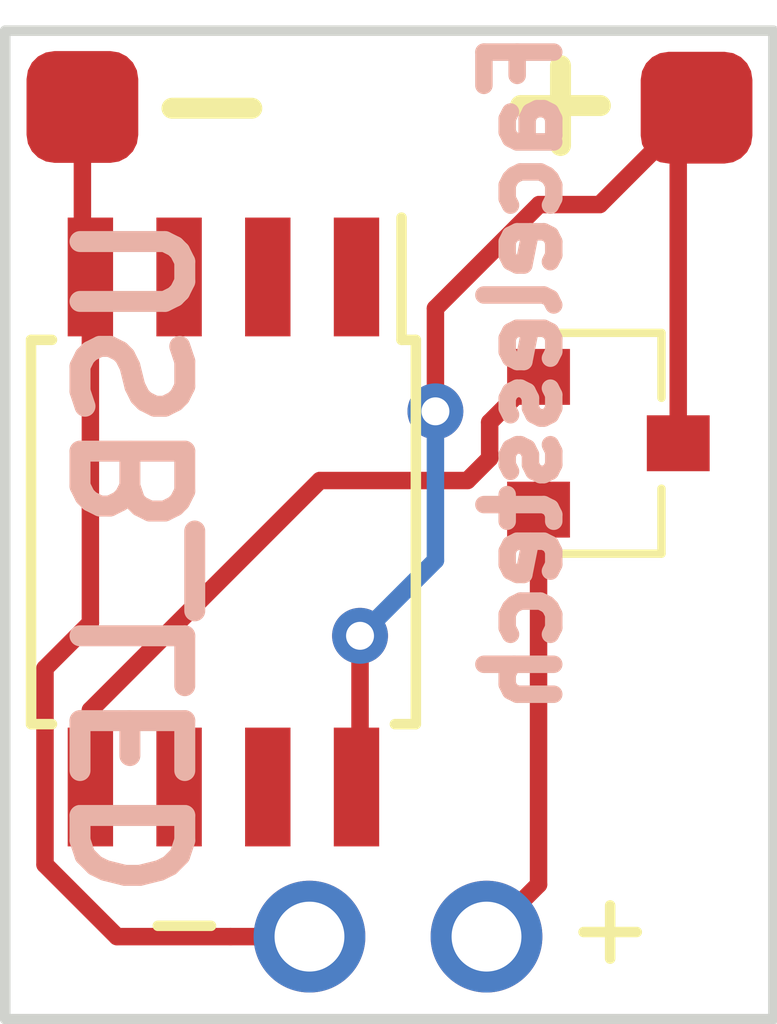
<source format=kicad_pcb>
(kicad_pcb (version 20171130) (host pcbnew 5.0.2+dfsg1-1~bpo9+1)

  (general
    (thickness 1.6)
    (drawings 8)
    (tracks 29)
    (zones 0)
    (modules 5)
    (nets 10)
  )

  (page A4)
  (layers
    (0 F.Cu signal)
    (31 B.Cu signal)
    (32 B.Adhes user)
    (33 F.Adhes user)
    (34 B.Paste user)
    (35 F.Paste user)
    (36 B.SilkS user)
    (37 F.SilkS user)
    (38 B.Mask user)
    (39 F.Mask user)
    (40 Dwgs.User user)
    (41 Cmts.User user)
    (42 Eco1.User user)
    (43 Eco2.User user)
    (44 Edge.Cuts user)
    (45 Margin user)
    (46 B.CrtYd user)
    (47 F.CrtYd user)
    (48 B.Fab user)
    (49 F.Fab user)
  )

  (setup
    (last_trace_width 0.25)
    (trace_clearance 0.2)
    (zone_clearance 0.508)
    (zone_45_only no)
    (trace_min 0.2)
    (segment_width 0.2)
    (edge_width 0.15)
    (via_size 0.8)
    (via_drill 0.4)
    (via_min_size 0.4)
    (via_min_drill 0.3)
    (uvia_size 0.3)
    (uvia_drill 0.1)
    (uvias_allowed no)
    (uvia_min_size 0.2)
    (uvia_min_drill 0.1)
    (pcb_text_width 0.3)
    (pcb_text_size 1.5 1.5)
    (mod_edge_width 0.15)
    (mod_text_size 1 1)
    (mod_text_width 0.15)
    (pad_size 1.524 1.524)
    (pad_drill 0.762)
    (pad_to_mask_clearance 0.051)
    (solder_mask_min_width 0.25)
    (aux_axis_origin 0 0)
    (visible_elements FFFFFF7F)
    (pcbplotparams
      (layerselection 0x010f0_ffffffff)
      (usegerberextensions false)
      (usegerberattributes false)
      (usegerberadvancedattributes false)
      (creategerberjobfile false)
      (excludeedgelayer true)
      (linewidth 0.100000)
      (plotframeref false)
      (viasonmask false)
      (mode 1)
      (useauxorigin false)
      (hpglpennumber 1)
      (hpglpenspeed 20)
      (hpglpendiameter 15.000000)
      (psnegative false)
      (psa4output false)
      (plotreference true)
      (plotvalue true)
      (plotinvisibletext false)
      (padsonsilk false)
      (subtractmaskfromsilk false)
      (outputformat 1)
      (mirror false)
      (drillshape 0)
      (scaleselection 1)
      (outputdirectory "gerbers/"))
  )

  (net 0 "")
  (net 1 "Net-(U1-Pad1)")
  (net 2 "Net-(U1-Pad2)")
  (net 3 "Net-(U1-Pad3)")
  (net 4 "Net-(U1-Pad5)")
  (net 5 "Net-(U1-Pad6)")
  (net 6 "Net-(U1-Pad7)")
  (net 7 "Net-(U1-Pad8)")
  (net 8 "Net-(D1-Pad2)")
  (net 9 "Net-(D1-Pad1)")

  (net_class Default "This is the default net class."
    (clearance 0.2)
    (trace_width 0.25)
    (via_dia 0.8)
    (via_drill 0.4)
    (uvia_dia 0.3)
    (uvia_drill 0.1)
    (add_net "Net-(D1-Pad1)")
    (add_net "Net-(D1-Pad2)")
    (add_net "Net-(U1-Pad1)")
    (add_net "Net-(U1-Pad2)")
    (add_net "Net-(U1-Pad3)")
    (add_net "Net-(U1-Pad5)")
    (add_net "Net-(U1-Pad6)")
    (add_net "Net-(U1-Pad7)")
    (add_net "Net-(U1-Pad8)")
  )

  (module Package_SO:SOIJ-8_5.3x5.3mm_P1.27mm (layer F.Cu) (tedit 5E09DF0C) (tstamp 5E09DE45)
    (at 147.4724 93.5101 270)
    (descr "8-Lead Plastic Small Outline (SM) - Medium, 5.28 mm Body [SOIC] (see Microchip Packaging Specification 00000049BS.pdf)")
    (tags "SOIC 1.27")
    (path /5E023BAF)
    (attr smd)
    (fp_text reference U1 (at 0 -3.68 270) (layer F.SilkS) hide
      (effects (font (size 1 1) (thickness 0.15)))
    )
    (fp_text value ATtiny85-20SU (at 0 3.68 270) (layer F.Fab) hide
      (effects (font (size 1 1) (thickness 0.15)))
    )
    (fp_text user %R (at 0 0 270) (layer F.Fab) hide
      (effects (font (size 1 1) (thickness 0.15)))
    )
    (fp_line (start -1.65 -2.65) (end 2.65 -2.65) (layer F.Fab) (width 0.15))
    (fp_line (start 2.65 -2.65) (end 2.65 2.65) (layer F.Fab) (width 0.15))
    (fp_line (start 2.65 2.65) (end -2.65 2.65) (layer F.Fab) (width 0.15))
    (fp_line (start -2.65 2.65) (end -2.65 -1.65) (layer F.Fab) (width 0.15))
    (fp_line (start -2.65 -1.65) (end -1.65 -2.65) (layer F.Fab) (width 0.15))
    (fp_line (start -4.75 -2.95) (end -4.75 2.95) (layer F.CrtYd) (width 0.05))
    (fp_line (start 4.75 -2.95) (end 4.75 2.95) (layer F.CrtYd) (width 0.05))
    (fp_line (start -4.75 -2.95) (end 4.75 -2.95) (layer F.CrtYd) (width 0.05))
    (fp_line (start -4.75 2.95) (end 4.75 2.95) (layer F.CrtYd) (width 0.05))
    (fp_line (start -2.75 -2.755) (end -2.75 -2.55) (layer F.SilkS) (width 0.15))
    (fp_line (start 2.75 -2.755) (end 2.75 -2.455) (layer F.SilkS) (width 0.15))
    (fp_line (start 2.75 2.755) (end 2.75 2.455) (layer F.SilkS) (width 0.15))
    (fp_line (start -2.75 2.755) (end -2.75 2.455) (layer F.SilkS) (width 0.15))
    (fp_line (start -2.75 -2.755) (end 2.75 -2.755) (layer F.SilkS) (width 0.15))
    (fp_line (start -2.75 2.755) (end 2.75 2.755) (layer F.SilkS) (width 0.15))
    (fp_line (start -2.75 -2.55) (end -4.5 -2.55) (layer F.SilkS) (width 0.15))
    (pad 1 smd rect (at -3.65 -1.905 270) (size 1.7 0.65) (layers F.Cu F.Paste F.Mask)
      (net 1 "Net-(U1-Pad1)"))
    (pad 2 smd rect (at -3.65 -0.635 270) (size 1.7 0.65) (layers F.Cu F.Paste F.Mask)
      (net 2 "Net-(U1-Pad2)"))
    (pad 3 smd rect (at -3.65 0.635 270) (size 1.7 0.65) (layers F.Cu F.Paste F.Mask)
      (net 3 "Net-(U1-Pad3)"))
    (pad 4 smd rect (at -3.65 1.905 270) (size 1.7 0.65) (layers F.Cu F.Paste F.Mask)
      (net 9 "Net-(D1-Pad1)"))
    (pad 5 smd rect (at 3.65 1.905 270) (size 1.7 0.65) (layers F.Cu F.Paste F.Mask)
      (net 4 "Net-(U1-Pad5)"))
    (pad 6 smd rect (at 3.65 0.635 270) (size 1.7 0.65) (layers F.Cu F.Paste F.Mask)
      (net 5 "Net-(U1-Pad6)"))
    (pad 7 smd rect (at 3.65 -0.635 270) (size 1.7 0.65) (layers F.Cu F.Paste F.Mask)
      (net 6 "Net-(U1-Pad7)"))
    (pad 8 smd rect (at 3.65 -1.905 270) (size 1.7 0.65) (layers F.Cu F.Paste F.Mask)
      (net 7 "Net-(U1-Pad8)"))
    (model ${KISYS3DMOD}/Package_SO.3dshapes/SOIJ-8_5.3x5.3mm_P1.27mm.wrl
      (at (xyz 0 0 0))
      (scale (xyz 1 1 1))
      (rotate (xyz 0 0 0))
    )
  )

  (module power_bank_boards:power_pad_custom (layer F.Cu) (tedit 5E09DF22) (tstamp 5E1AAC00)
    (at 154.2669 87.4268)
    (path /5E049DA3)
    (fp_text reference U3 (at -0.61976 -3.20548) (layer F.SilkS) hide
      (effects (font (size 1 1) (thickness 0.15)))
    )
    (fp_text value power_pad_custom (at -0.0508 -5.6642) (layer F.Fab) hide
      (effects (font (size 1 1) (thickness 0.15)))
    )
    (pad 1 smd roundrect (at -0.02032 0.01016) (size 1.6 1.6) (layers F.Cu F.Paste F.Mask) (roundrect_rratio 0.25)
      (net 7 "Net-(U1-Pad8)"))
  )

  (module power_bank_boards:power_pad_custom (layer F.Cu) (tedit 5E09DF25) (tstamp 5E1AAC05)
    (at 145.47342 87.41664)
    (path /5E049DD1)
    (fp_text reference U4 (at -0.61976 -3.20548) (layer F.SilkS) hide
      (effects (font (size 1 1) (thickness 0.15)))
    )
    (fp_text value power_pad_custom (at -0.0508 -5.6642) (layer F.Fab) hide
      (effects (font (size 1 1) (thickness 0.15)))
    )
    (pad 1 smd roundrect (at -0.02032 0.01016) (size 1.6 1.6) (layers F.Cu F.Paste F.Mask) (roundrect_rratio 0.25)
      (net 9 "Net-(D1-Pad1)"))
  )

  (module LED_custom:through_hole_led (layer F.Cu) (tedit 5E356098) (tstamp 5E4DD23D)
    (at 149.9743 99.3013 180)
    (path /5E049500)
    (fp_text reference D1 (at -0.07112 -4.66852 180) (layer F.SilkS) hide
      (effects (font (size 1 1) (thickness 0.15)))
    )
    (fp_text value LED (at 0 -3.19024 180) (layer F.Fab) hide
      (effects (font (size 1 1) (thickness 0.15)))
    )
    (fp_text user + (at -3.0353 0.1397 180) (layer F.SilkS)
      (effects (font (size 1 1) (thickness 0.15)))
    )
    (fp_text user - (at 3.0607 0.2286 180) (layer F.SilkS)
      (effects (font (size 1 1) (thickness 0.15)))
    )
    (pad 2 thru_hole circle (at -1.26492 0 180) (size 1.6 1.6) (drill 1) (layers *.Cu *.Mask)
      (net 8 "Net-(D1-Pad2)"))
    (pad 1 thru_hole circle (at 1.27 0 180) (size 1.6 1.6) (drill 1) (layers *.Cu *.Mask)
      (net 9 "Net-(D1-Pad1)"))
  )

  (module transistor_custom:SOT-23_custom (layer F.Cu) (tedit 5E35609E) (tstamp 5E4DD252)
    (at 152.9842 92.2401)
    (descr "SOT-23, Standard")
    (tags SOT-23)
    (path /5E04929F)
    (attr smd)
    (fp_text reference U2 (at 0 -2.5) (layer F.SilkS) hide
      (effects (font (size 1 1) (thickness 0.15)))
    )
    (fp_text value 2n2222_custom (at 0 2.5) (layer F.Fab) hide
      (effects (font (size 1 1) (thickness 0.15)))
    )
    (fp_text user %R (at 0 0 90) (layer F.Fab)
      (effects (font (size 0.5 0.5) (thickness 0.075)))
    )
    (fp_line (start -0.7 -0.95) (end -0.7 1.5) (layer F.Fab) (width 0.1))
    (fp_line (start -0.15 -1.52) (end 0.7 -1.52) (layer F.Fab) (width 0.1))
    (fp_line (start -0.7 -0.95) (end -0.15 -1.52) (layer F.Fab) (width 0.1))
    (fp_line (start 0.7 -1.52) (end 0.7 1.52) (layer F.Fab) (width 0.1))
    (fp_line (start -0.7 1.52) (end 0.7 1.52) (layer F.Fab) (width 0.1))
    (fp_line (start 0.76 1.58) (end 0.76 0.65) (layer F.SilkS) (width 0.12))
    (fp_line (start 0.76 -1.58) (end 0.76 -0.65) (layer F.SilkS) (width 0.12))
    (fp_line (start -1.7 -1.75) (end 1.7 -1.75) (layer F.CrtYd) (width 0.05))
    (fp_line (start 1.7 -1.75) (end 1.7 1.75) (layer F.CrtYd) (width 0.05))
    (fp_line (start 1.7 1.75) (end -1.7 1.75) (layer F.CrtYd) (width 0.05))
    (fp_line (start -1.7 1.75) (end -1.7 -1.75) (layer F.CrtYd) (width 0.05))
    (fp_line (start 0.76 -1.58) (end -1.4 -1.58) (layer F.SilkS) (width 0.12))
    (fp_line (start 0.76 1.58) (end -0.7 1.58) (layer F.SilkS) (width 0.12))
    (pad 2 smd rect (at -1 -0.95) (size 0.9 0.8) (layers F.Cu F.Paste F.Mask)
      (net 4 "Net-(U1-Pad5)"))
    (pad 1 smd rect (at -1 0.95) (size 0.9 0.8) (layers F.Cu F.Paste F.Mask)
      (net 8 "Net-(D1-Pad2)"))
    (pad 3 smd rect (at 1 0) (size 0.9 0.8) (layers F.Cu F.Paste F.Mask)
      (net 7 "Net-(U1-Pad8)"))
    (model ${KISYS3DMOD}/Package_TO_SOT_SMD.3dshapes/SOT-23.wrl
      (at (xyz 0 0 0))
      (scale (xyz 1 1 1))
      (rotate (xyz 0 0 0))
    )
  )

  (gr_text "Facelesstech " (at 151.7523 91.6178 90) (layer B.SilkS)
    (effects (font (size 1 1) (thickness 0.25)) (justify mirror))
  )
  (gr_text USB_LED (at 146.2405 93.853 90) (layer B.SilkS)
    (effects (font (size 1.5 1.5) (thickness 0.3)) (justify mirror))
  )
  (gr_line (start 144.3482 100.4824) (end 155.3464 100.4824) (layer Edge.Cuts) (width 0.15) (tstamp 5E4DD3C0))
  (gr_line (start 144.3482 86.3346) (end 155.3464 86.3346) (layer Edge.Cuts) (width 0.15))
  (gr_text - (at 147.3073 87.3379) (layer F.SilkS)
    (effects (font (size 1.5 1.5) (thickness 0.3)))
  )
  (gr_text + (at 152.2984 87.2998) (layer F.SilkS)
    (effects (font (size 1.5 1.5) (thickness 0.3)))
  )
  (gr_line (start 144.3482 100.4824) (end 144.3482 86.3346) (layer Edge.Cuts) (width 0.15) (tstamp 5E09DD8E))
  (gr_line (start 155.3464 86.3346) (end 155.3464 100.4824) (layer Edge.Cuts) (width 0.15))

  (segment (start 145.5674 96.0601) (end 148.854 92.7735) (width 0.25) (layer F.Cu) (net 4))
  (segment (start 145.5674 97.1601) (end 145.5674 96.0601) (width 0.25) (layer F.Cu) (net 4))
  (segment (start 151.9342 91.2901) (end 151.9842 91.2901) (width 0.25) (layer F.Cu) (net 4))
  (segment (start 151.2842 91.9401) (end 151.9342 91.2901) (width 0.25) (layer F.Cu) (net 4))
  (segment (start 151.2842 92.455098) (end 151.2842 91.9401) (width 0.25) (layer F.Cu) (net 4))
  (segment (start 150.965798 92.7735) (end 151.2842 92.455098) (width 0.25) (layer F.Cu) (net 4))
  (segment (start 148.854 92.7735) (end 150.965798 92.7735) (width 0.25) (layer F.Cu) (net 4))
  (segment (start 154.24658 87.43696) (end 152.85974 88.8238) (width 0.25) (layer F.Cu) (net 7))
  (segment (start 152.85974 88.8238) (end 151.9936 88.8238) (width 0.25) (layer F.Cu) (net 7))
  (segment (start 150.5077 90.3097) (end 150.5077 91.7829) (width 0.25) (layer F.Cu) (net 7))
  (via (at 150.5077 91.7829) (size 0.8) (drill 0.4) (layers F.Cu B.Cu) (net 7))
  (segment (start 151.9936 88.8238) (end 150.5077 90.3097) (width 0.25) (layer F.Cu) (net 7))
  (via (at 149.4282 94.996) (size 0.8) (drill 0.4) (layers F.Cu B.Cu) (net 7))
  (segment (start 150.5077 93.9165) (end 149.4282 94.996) (width 0.25) (layer B.Cu) (net 7))
  (segment (start 150.5077 91.7829) (end 150.5077 93.9165) (width 0.25) (layer B.Cu) (net 7))
  (segment (start 149.4282 97.1093) (end 149.3774 97.1601) (width 0.25) (layer F.Cu) (net 7))
  (segment (start 149.4282 94.996) (end 149.4282 97.1093) (width 0.25) (layer F.Cu) (net 7))
  (segment (start 153.9842 87.69934) (end 154.24658 87.43696) (width 0.25) (layer F.Cu) (net 7))
  (segment (start 153.9842 92.2401) (end 153.9842 87.69934) (width 0.25) (layer F.Cu) (net 7))
  (segment (start 151.9842 98.55632) (end 151.23922 99.3013) (width 0.25) (layer F.Cu) (net 8))
  (segment (start 151.9842 93.1901) (end 151.9842 98.55632) (width 0.25) (layer F.Cu) (net 8))
  (segment (start 145.4531 89.7458) (end 145.5674 89.8601) (width 0.25) (layer F.Cu) (net 9))
  (segment (start 145.4531 87.4268) (end 145.4531 89.7458) (width 0.25) (layer F.Cu) (net 9))
  (segment (start 145.5674 89.8601) (end 145.5674 94.81181) (width 0.25) (layer F.Cu) (net 9))
  (segment (start 147.57293 99.3013) (end 148.7043 99.3013) (width 0.25) (layer F.Cu) (net 9))
  (segment (start 145.948598 99.3013) (end 147.57293 99.3013) (width 0.25) (layer F.Cu) (net 9))
  (segment (start 144.917399 98.270101) (end 145.948598 99.3013) (width 0.25) (layer F.Cu) (net 9))
  (segment (start 144.917399 95.461811) (end 144.917399 98.270101) (width 0.25) (layer F.Cu) (net 9))
  (segment (start 145.5674 94.81181) (end 144.917399 95.461811) (width 0.25) (layer F.Cu) (net 9))

)

</source>
